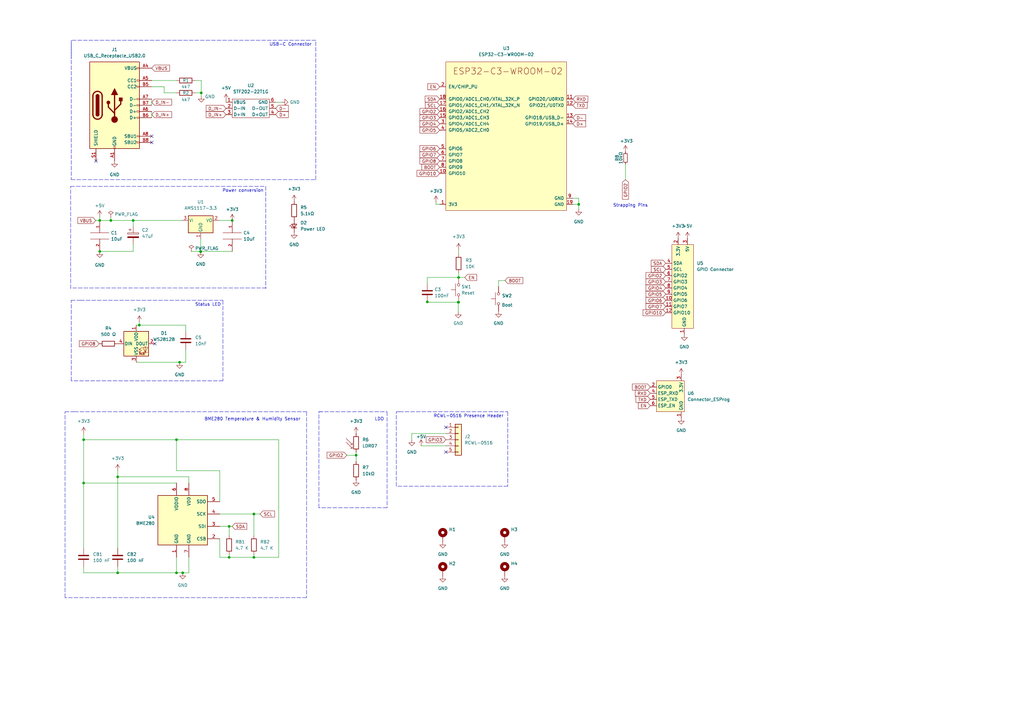
<source format=kicad_sch>
(kicad_sch (version 20211123) (generator eeschema)
  (paper "A3")
  (title_block (title "ESP32-C3 IoT Base Board") (date "2022-04-06") (rev "0.1") (comment 2 "Tobias Herrmann, Samuel Gossner"))
  (lib_symbols
    (symbol "Connector:USB_C_Receptacle_USB2.0" (pin_names (offset 1.016))
      (property "Reference" "J" (at -10.16 19.05 0))
      (property "Value" "USB_C_Receptacle_USB2.0" (at 19.05 19.05 0))
      (symbol "USB_C_Receptacle_USB2.0_0_0"
        (rectangle (start -0.254 -17.78) (end 0.254 -16.764))
        (rectangle (start 10.16 -14.986) (end 9.144 -15.494))
        (rectangle (start 10.16 -12.446) (end 9.144 -12.954))
        (rectangle (start 10.16 -4.826) (end 9.144 -5.334))
        (rectangle (start 10.16 -2.286) (end 9.144 -2.794))
        (rectangle (start 10.16 0.254) (end 9.144 -0.254))
        (rectangle (start 10.16 2.794) (end 9.144 2.286))
        (rectangle (start 10.16 7.874) (end 9.144 7.366))
        (rectangle (start 10.16 10.414) (end 9.144 9.906))
        (rectangle (start 10.16 15.494) (end 9.144 14.986))
      )
      (symbol "USB_C_Receptacle_USB2.0_0_1"
        (rectangle (start -10.16 17.78) (end 10.16 -17.78) (stroke (width 0.254)) (fill (type background)))
        (arc (start -8.89 -3.81) (mid -6.985 -5.715) (end -5.08 -3.81) (stroke (width 0.508)))
        (arc (start -7.62 -3.81) (mid -6.985 -4.445) (end -6.35 -3.81) (stroke (width 0.254)))
        (arc (start -7.62 -3.81) (mid -6.985 -4.445) (end -6.35 -3.81) (stroke (width 0.254)) (fill (type outline)))
        (rectangle (start -7.62 -3.81) (end -6.35 3.81) (stroke (width 0.254)) (fill (type outline)))
        (arc (start -6.35 3.81) (mid -6.985 4.445) (end -7.62 3.81) (stroke (width 0.254)))
        (arc (start -6.35 3.81) (mid -6.985 4.445) (end -7.62 3.81) (stroke (width 0.254)) (fill (type outline)))
        (arc (start -5.08 3.81) (mid -6.985 5.715) (end -8.89 3.81) (stroke (width 0.508)))
        (circle (center -2.54 1.143) (radius 0.635) (stroke (width 0.254)) (fill (type outline)))
        (circle (center 0 -5.842) (radius 1.27) (fill (type outline)))
        (polyline (pts (xy -8.89 -3.81) (xy -8.89 3.81)) (stroke (width 0.508)))
        (polyline (pts (xy -5.08 3.81) (xy -5.08 -3.81)) (stroke (width 0.508)))
        (polyline (pts (xy 0 -5.842) (xy 0 4.318)) (stroke (width 0.508)))
        (polyline (pts (xy 0 -3.302) (xy -2.54 -0.762) (xy -2.54 0.508)) (stroke (width 0.508)))
        (polyline (pts (xy 0 -2.032) (xy 2.54 0.508) (xy 2.54 1.778)) (stroke (width 0.508)))
        (polyline (pts (xy -1.27 4.318) (xy 0 6.858) (xy 1.27 4.318) (xy -1.27 4.318)) (stroke (width 0.254)) (fill (type outline)))
        (rectangle (start 1.905 1.778) (end 3.175 3.048) (stroke (width 0.254)) (fill (type outline)))
      )
      (symbol "USB_C_Receptacle_USB2.0_1_1"
        (pin passive line (at 0 -22.86 90) (length 5.08) (name "GND") (number "A1"))
        (pin passive line (at 0 -22.86 90) (length 5.08) hide (name "GND") (number "A12"))
        (pin passive line (at 15.24 15.24 180) (length 5.08) (name "VBUS") (number "A4"))
        (pin bidirectional line (at 15.24 10.16 180) (length 5.08) (name "CC1") (number "A5"))
        (pin bidirectional line (at 15.24 -2.54 180) (length 5.08) (name "D+") (number "A6"))
        (pin bidirectional line (at 15.24 2.54 180) (length 5.08) (name "D-") (number "A7"))
        (pin bidirectional line (at 15.24 -12.7 180) (length 5.08) (name "SBU1") (number "A8"))
        (pin passive line (at 15.24 15.24 180) (length 5.08) hide (name "VBUS") (number "A9"))
        (pin passive line (at 0 -22.86 90) (length 5.08) hide (name "GND") (number "B1"))
        (pin passive line (at 0 -22.86 90) (length 5.08) hide (name "GND") (number "B12"))
        (pin passive line (at 15.24 15.24 180) (length 5.08) hide (name "VBUS") (number "B4"))
        (pin bidirectional line (at 15.24 7.62 180) (length 5.08) (name "CC2") (number "B5"))
        (pin bidirectional line (at 15.24 -5.08 180) (length 5.08) (name "D+") (number "B6"))
        (pin bidirectional line (at 15.24 0 180) (length 5.08) (name "D-") (number "B7"))
        (pin bidirectional line (at 15.24 -15.24 180) (length 5.08) (name "SBU2") (number "B8"))
        (pin passive line (at 15.24 15.24 180) (length 5.08) hide (name "VBUS") (number "B9"))
        (pin passive line (at -7.62 -22.86 90) (length 5.08) (name "SHIELD") (number "S1"))
      )
    )
    (symbol "Connector_Generic:Conn_01x05" (pin_names (offset 1.016) hide)
      (property "Reference" "J" (at 0 7.62 0))
      (property "Value" "Conn_01x05" (at 0 -7.62 0))
      (symbol "Conn_01x05_1_1"
        (rectangle (start -1.27 -4.953) (end 0 -5.207) (stroke (width 0.1524)))
        (rectangle (start -1.27 -2.413) (end 0 -2.667) (stroke (width 0.1524)))
        (rectangle (start -1.27 0.127) (end 0 -0.127) (stroke (width 0.1524)))
        (rectangle (start -1.27 2.667) (end 0 2.413) (stroke (width 0.1524)))
        (rectangle (start -1.27 5.207) (end 0 4.953) (stroke (width 0.1524)))
        (rectangle (start -1.27 6.35) (end 1.27 -6.35) (stroke (width 0.254)) (fill (type background)))
        (pin passive line (at -5.08 5.08 0) (length 3.81) (name "Pin_1") (number "1"))
        (pin passive line (at -5.08 2.54 0) (length 3.81) (name "Pin_2") (number "2"))
        (pin passive line (at -5.08 0 0) (length 3.81) (name "Pin_3") (number "3"))
        (pin passive line (at -5.08 -2.54 0) (length 3.81) (name "Pin_4") (number "4"))
        (pin passive line (at -5.08 -5.08 0) (length 3.81) (name "Pin_5") (number "5"))
      )
    )
    (symbol "Device:C" (pin_numbers hide) (pin_names (offset 0.254))
      (property "Reference" "C" (at 0.635 2.54 0))
      (property "Value" "C" (at 0.635 -2.54 0))
      (symbol "C_0_1"
        (polyline (pts (xy -2.032 -0.762) (xy 2.032 -0.762)) (stroke (width 0.508)))
        (polyline (pts (xy -2.032 0.762) (xy 2.032 0.762)) (stroke (width 0.508)))
      )
      (symbol "C_1_1"
        (pin passive line (at 0 3.81 270) (length 2.794) (name "~") (number "1"))
        (pin passive line (at 0 -3.81 90) (length 2.794) (name "~") (number "2"))
      )
    )
    (symbol "Device:C_Polarized" (pin_numbers hide) (pin_names (offset 0.254))
      (property "Reference" "C" (at 0.635 2.54 0))
      (property "Value" "C_Polarized" (at 0.635 -2.54 0))
      (symbol "C_Polarized_0_1"
        (rectangle (start -2.286 0.508) (end 2.286 1.016))
        (polyline (pts (xy -1.778 2.286) (xy -0.762 2.286)))
        (polyline (pts (xy -1.27 2.794) (xy -1.27 1.778)))
        (rectangle (start 2.286 -0.508) (end -2.286 -1.016) (fill (type outline)))
      )
      (symbol "C_Polarized_1_1"
        (pin passive line (at 0 3.81 270) (length 2.794) (name "~") (number "1"))
        (pin passive line (at 0 -3.81 90) (length 2.794) (name "~") (number "2"))
      )
    )
    (symbol "Device:LED_Small" (pin_numbers hide) (pin_names (offset 0.254) hide)
      (property "Reference" "D" (at -1.27 3.175 0))
      (property "Value" "LED_Small" (at -4.445 -2.54 0))
      (symbol "LED_Small_0_1"
        (polyline (pts (xy -0.762 -1.016) (xy -0.762 1.016)) (stroke (width 0.254)))
        (polyline (pts (xy 1.016 0) (xy -0.762 0)))
        (polyline (pts (xy 0.762 -1.016) (xy -0.762 0) (xy 0.762 1.016) (xy 0.762 -1.016)) (stroke (width 0.254)))
        (polyline (pts (xy 0 0.762) (xy -0.508 1.27) (xy -0.254 1.27) (xy -0.508 1.27) (xy -0.508 1.016)))
        (polyline (pts (xy 0.508 1.27) (xy 0 1.778) (xy 0.254 1.778) (xy 0 1.778) (xy 0 1.524)))
      )
      (symbol "LED_Small_1_1"
        (pin passive line (at -2.54 0 0) (length 1.778) (name "K") (number "1"))
        (pin passive line (at 2.54 0 180) (length 1.778) (name "A") (number "2"))
      )
    )
    (symbol "Device:R" (pin_numbers hide) (pin_names (offset 0))
      (property "Reference" "R" (at 2.032 0 90))
      (property "Value" "R" (at 0 0 90))
      (symbol "R_0_1"
        (rectangle (start -1.016 -2.54) (end 1.016 2.54) (stroke (width 0.254)))
      )
      (symbol "R_1_1"
        (pin passive line (at 0 3.81 270) (length 1.27) (name "~") (number "1"))
        (pin passive line (at 0 -3.81 90) (length 1.27) (name "~") (number "2"))
      )
    )
    (symbol "Device:R_Small" (pin_numbers hide) (pin_names (offset 0.254) hide)
      (property "Reference" "R" (at 0.762 0.508 0))
      (property "Value" "R_Small" (at 0.762 -1.016 0))
      (symbol "R_Small_0_1"
        (rectangle (start -0.762 1.778) (end 0.762 -1.778) (stroke (width 0.2032)))
      )
      (symbol "R_Small_1_1"
        (pin passive line (at 0 2.54 270) (length 0.762) (name "~") (number "1"))
        (pin passive line (at 0 -2.54 90) (length 0.762) (name "~") (number "2"))
      )
    )
    (symbol "Espressif:ESP32-C3-WROOM-02" (pin_names (offset 1.016))
      (property "Reference" "U" (at 0 33.02 0))
      (property "Value" "ESP32-C3-WROOM-02" (at 0 -30.48 0))
      (symbol "ESP32-C3-WROOM-02_0_0"
        (text "ESP32-C3-WROOM-02" (at 1.27 27.94 0) (effects (font (size 2.54 2.54))))
      )
      (symbol "ESP32-C3-WROOM-02_0_1"
        (rectangle (start -24.13 31.75) (end 25.4 -29.21) (fill (type background)))
      )
      (symbol "ESP32-C3-WROOM-02_1_1"
        (pin power_in line (at -26.67 -26.67 0) (length 2.54) (name "3V3") (number "1"))
        (pin bidirectional line (at -26.67 -13.97 0) (length 2.54) (name "GPIO10") (number "10"))
        (pin bidirectional line (at 27.94 16.51 180) (length 2.54) (name "GPIO20/U0RXD") (number "11"))
        (pin bidirectional line (at 27.94 13.97 180) (length 2.54) (name "GPIO21/U0TXD") (number "12"))
        (pin bidirectional line (at 27.94 8.89 180) (length 2.54) (name "GPIO18/USB_D-") (number "13"))
        (pin bidirectional line (at 27.94 6.35 180) (length 2.54) (name "GPIO19/USB_D+") (number "14"))
        (pin bidirectional line (at -26.67 8.89 0) (length 2.54) (name "GPIO3/ADC1_CH3") (number "15"))
        (pin bidirectional line (at -26.67 11.43 0) (length 2.54) (name "GPIO2/ADC1_CH2") (number "16"))
        (pin bidirectional line (at -26.67 13.97 0) (length 2.54) (name "GPIO1/ADC1_CH1/XTAL_32K_N") (number "17"))
        (pin bidirectional line (at -26.67 16.51 0) (length 2.54) (name "GPIO0/ADC1_CH0/XTAL_32K_P") (number "18"))
        (pin power_in line (at 27.94 -26.67 180) (length 2.54) (name "GND") (number "19"))
        (pin input line (at -26.67 21.59 0) (length 2.54) (name "EN/CHIP_PU") (number "2"))
        (pin bidirectional line (at -26.67 6.35 0) (length 2.54) (name "GPIO4/ADC1_CH4") (number "3"))
        (pin bidirectional line (at -26.67 3.81 0) (length 2.54) (name "GPIO5/ADC2_CH0") (number "4"))
        (pin bidirectional line (at -26.67 -3.81 0) (length 2.54) (name "GPIO6") (number "5"))
        (pin bidirectional line (at -26.67 -6.35 0) (length 2.54) (name "GPIO7") (number "6"))
        (pin bidirectional line (at -26.67 -8.89 0) (length 2.54) (name "GPIO8") (number "7"))
        (pin bidirectional line (at -26.67 -11.43 0) (length 2.54) (name "GPIO9") (number "8"))
        (pin power_in line (at 27.94 -24.13 180) (length 2.54) (name "GND") (number "9"))
      )
    )
    (symbol "LED:WS2812B" (pin_names (offset 0.254))
      (property "Reference" "D" (at 5.08 5.715 0))
      (property "Value" "WS2812B" (at 1.27 -5.715 0))
      (symbol "WS2812B_0_0"
        (text "RGB" (at 2.286 -4.191 0) (effects (font (size 0.762 0.762))))
      )
      (symbol "WS2812B_0_1"
        (polyline (pts (xy 1.27 -3.556) (xy 1.778 -3.556)))
        (polyline (pts (xy 1.27 -2.54) (xy 1.778 -2.54)))
        (polyline (pts (xy 4.699 -3.556) (xy 2.667 -3.556)))
        (polyline (pts (xy 2.286 -2.54) (xy 1.27 -3.556) (xy 1.27 -3.048)))
        (polyline (pts (xy 2.286 -1.524) (xy 1.27 -2.54) (xy 1.27 -2.032)))
        (polyline (pts (xy 3.683 -1.016) (xy 3.683 -3.556) (xy 3.683 -4.064)))
        (polyline (pts (xy 4.699 -1.524) (xy 2.667 -1.524) (xy 3.683 -3.556) (xy 4.699 -1.524)))
        (rectangle (start 5.08 5.08) (end -5.08 -5.08) (stroke (width 0.254)) (fill (type background)))
      )
      (symbol "WS2812B_1_1"
        (pin power_in line (at 0 7.62 270) (length 2.54) (name "VDD") (number "1"))
        (pin output line (at 7.62 0 180) (length 2.54) (name "DOUT") (number "2"))
        (pin power_in line (at 0 -7.62 90) (length 2.54) (name "VSS") (number "3"))
        (pin input line (at -7.62 0 0) (length 2.54) (name "DIN") (number "4"))
      )
    )
    (symbol "Mechanical:MountingHole_Pad" (pin_numbers hide) (pin_names (offset 1.016) hide)
      (property "Reference" "H" (at 0 6.35 0))
      (property "Value" "MountingHole_Pad" (at 0 4.445 0))
      (symbol "MountingHole_Pad_0_1"
        (circle (center 0 1.27) (radius 1.27) (stroke (width 1.27)))
      )
      (symbol "MountingHole_Pad_1_1"
        (pin input line (at 0 -2.54 90) (length 2.54) (name "1") (number "1"))
      )
    )
    (symbol "New_Library:Connector_ESProg"
      (property "Reference" "U6" (at 7.62 -8.8899 0))
      (property "Value" "Connector_ESProg" (at 7.62 -11.4299 0))
      (symbol "Connector_ESProg_0_1"
        (rectangle (start -5.08 -3.81) (end 6.35 -16.51) (fill (type background)))
      )
      (symbol "Connector_ESProg_1_1"
        (pin power_in line (at 5.08 -19.05 90) (length 2.54) (name "GND") (number "1"))
        (pin bidirectional line (at -7.62 -6.35 0) (length 2.54) (name "GPIO0") (number "2"))
        (pin power_in line (at 5.08 -1.27 270) (length 2.54) (name "3.3V") (number "3"))
        (pin bidirectional line (at -7.62 -8.89 0) (length 2.54) (name "ESP_RXD") (number "4"))
        (pin bidirectional line (at -7.62 -11.43 0) (length 2.54) (name "ESP_TXD") (number "5"))
        (pin bidirectional line (at -7.62 -13.97 0) (length 2.54) (name "ESP_EN") (number "6"))
      )
    )
    (symbol "New_Library:Connector_IoT_GPIO" (in_bom no)
      (property "Reference" "U" (at -20.32 8.89 0))
      (property "Value" "Connector_IoT_GPIO" (at -11.43 11.43 0))
      (symbol "Connector_IoT_GPIO_0_1"
        (rectangle (start -3.81 8.89) (end 5.08 -25.4) (fill (type background)))
      )
      (symbol "Connector_IoT_GPIO_1_1"
        (pin power_in line (at 1.27 -27.94 90) (length 2.54) (name "GND") (number "1"))
        (pin bidirectional line (at -6.35 -13.97 0) (length 2.54) (name "GPIO6") (number "10"))
        (pin bidirectional line (at -6.35 -16.51 0) (length 2.54) (name "GPIO7") (number "11"))
        (pin bidirectional line (at -6.35 -19.05 0) (length 2.54) (name "GPIO10") (number "12"))
        (pin power_in line (at -1.27 11.43 270) (length 2.54) (name "3.3V") (number "2"))
        (pin power_in line (at 2.54 11.43 270) (length 2.54) (name "5V") (number "3"))
        (pin bidirectional line (at -6.35 1.27 0) (length 2.54) (name "SDA") (number "4"))
        (pin bidirectional line (at -6.35 -1.27 0) (length 2.54) (name "SCL") (number "5"))
        (pin bidirectional line (at -6.35 -3.81 0) (length 2.54) (name "GPIO2") (number "6"))
        (pin bidirectional line (at -6.35 -6.35 0) (length 2.54) (name "GPIO3") (number "7"))
        (pin bidirectional line (at -6.35 -8.89 0) (length 2.54) (name "GPIO4") (number "8"))
        (pin bidirectional line (at -6.35 -11.43 0) (length 2.54) (name "GPIO5") (number "9"))
      )
    )
    (symbol "New_Library:STF202-22T1G"
      (property "Reference" "U" (at 0 3.81 0))
      (property "Value" "STF202-22T1G" (at 0 3.81 0))
      (symbol "STF202-22T1G_0_1"
        (rectangle (start -7.62 2.54) (end 7.62 -5.08))
      )
      (symbol "STF202-22T1G_1_1"
        (pin input line (at -10.16 1.27 0) (length 2.54) (name "VBUS") (number "1"))
        (pin input line (at -10.16 -1.27 0) (length 2.54) (name "D-IN") (number "2"))
        (pin input line (at -10.16 -3.81 0) (length 2.54) (name "D+IN") (number "3"))
        (pin input line (at 10.16 -3.81 180) (length 2.54) (name "D+OUT") (number "4"))
        (pin input line (at 10.16 -1.27 180) (length 2.54) (name "D-OUT") (number "5"))
        (pin input line (at 10.16 1.27 180) (length 2.54) (name "GND") (number "6"))
      )
    )
    (symbol "Regulator_Linear:AMS1117-3.3" (pin_names (offset 0.254))
      (property "Reference" "U" (at -3.81 3.175 0))
      (property "Value" "AMS1117-3.3" (at 0 3.175 0))
      (symbol "AMS1117-3.3_0_1"
        (rectangle (start -5.08 -5.08) (end 5.08 1.905) (stroke (width 0.254)) (fill (type background)))
      )
      (symbol "AMS1117-3.3_1_1"
        (pin power_in line (at 0 -7.62 90) (length 2.54) (name "GND") (number "1"))
        (pin power_out line (at 7.62 0 180) (length 2.54) (name "VO") (number "2"))
        (pin power_in line (at -7.62 0 0) (length 2.54) (name "VI") (number "3"))
      )
    )
    (symbol "Sensor:BME280"
      (property "Reference" "U" (at -8.89 11.43 0))
      (property "Value" "BME280" (at 7.62 11.43 0))
      (symbol "BME280_0_1"
        (rectangle (start -10.16 10.16) (end 10.16 -10.16) (stroke (width 0.254)) (fill (type background)))
      )
      (symbol "BME280_1_1"
        (pin power_in line (at -2.54 -15.24 90) (length 5.08) (name "GND") (number "1"))
        (pin input line (at 15.24 -7.62 180) (length 5.08) (name "CSB") (number "2"))
        (pin bidirectional line (at 15.24 -2.54 180) (length 5.08) (name "SDI") (number "3"))
        (pin input line (at 15.24 2.54 180) (length 5.08) (name "SCK") (number "4"))
        (pin bidirectional line (at 15.24 7.62 180) (length 5.08) (name "SDO") (number "5"))
        (pin power_in line (at -2.54 15.24 270) (length 5.08) (name "VDDIO") (number "6"))
        (pin power_in line (at 2.54 -15.24 90) (length 5.08) (name "GND") (number "7"))
        (pin power_in line (at 2.54 15.24 270) (length 5.08) (name "VDD") (number "8"))
      )
    )
    (symbol "Sensor_Optical:LDR07" (pin_numbers hide) (pin_names (offset 0))
      (property "Reference" "R" (at -5.08 0 90))
      (property "Value" "LDR07" (at 1.905 0 90))
      (symbol "LDR07_0_1"
        (rectangle (start -1.016 2.54) (end 1.016 -2.54) (stroke (width 0.254)))
        (polyline (pts (xy -1.524 -2.286) (xy -4.064 0.254)))
        (polyline (pts (xy -1.524 -2.286) (xy -2.286 -2.286)))
        (polyline (pts (xy -1.524 -2.286) (xy -1.524 -1.524)))
        (polyline (pts (xy -1.524 -0.762) (xy -4.064 1.778)))
        (polyline (pts (xy -1.524 -0.762) (xy -2.286 -0.762)))
        (polyline (pts (xy -1.524 -0.762) (xy -1.524 0)))
      )
      (symbol "LDR07_1_1"
        (pin passive line (at 0 3.81 270) (length 1.27) (name "~") (number "1"))
        (pin passive line (at 0 -3.81 90) (length 1.27) (name "~") (number "2"))
      )
    )
    (symbol "Switch:SW_Push" (pin_numbers hide) (pin_names (offset 1.016) hide)
      (property "Reference" "SW" (at 1.27 2.54 0))
      (property "Value" "SW_Push" (at 0 -1.524 0))
      (symbol "SW_Push_0_1"
        (circle (center -2.032 0) (radius 0.508))
        (polyline (pts (xy 0 1.27) (xy 0 3.048)))
        (polyline (pts (xy 2.54 1.27) (xy -2.54 1.27)))
        (circle (center 2.032 0) (radius 0.508))
        (pin passive line (at -5.08 0 0) (length 2.54) (name "1") (number "1"))
        (pin passive line (at 5.08 0 180) (length 2.54) (name "2") (number "2"))
      )
    )
    (symbol "power:+3.3V" (power) (pin_names (offset 0))
      (property "Value" "+3.3V" (at 0 3.556 0))
      (symbol "+3.3V_0_1"
        (polyline (pts (xy -0.762 1.27) (xy 0 2.54)))
        (polyline (pts (xy 0 0) (xy 0 2.54)))
        (polyline (pts (xy 0 2.54) (xy 0.762 1.27)))
      )
      (symbol "+3.3V_1_1"
        (pin power_in line (at 0 0 90) (length 0) hide (name "+3V3") (number "1"))
      )
    )
    (symbol "power:+5V" (power) (pin_names (offset 0))
      (property "Value" "+5V" (at 0 3.556 0))
      (symbol "+5V_0_1"
        (polyline (pts (xy -0.762 1.27) (xy 0 2.54)))
        (polyline (pts (xy 0 0) (xy 0 2.54)))
        (polyline (pts (xy 0 2.54) (xy 0.762 1.27)))
      )
      (symbol "+5V_1_1"
        (pin power_in line (at 0 0 90) (length 0) hide (name "+5V") (number "1"))
      )
    )
    (symbol "power:GND" (power) (pin_names (offset 0))
      (property "Value" "GND" (at 0 -3.81 0))
      (symbol "GND_0_1"
        (polyline (pts (xy 0 0) (xy 0 -1.27) (xy 1.27 -1.27) (xy 0 -2.54) (xy -1.27 -1.27) (xy 0 -1.27)))
      )
      (symbol "GND_1_1"
        (pin power_in line (at 0 0 270) (length 0) hide (name "GND") (number "1"))
      )
    )
    (symbol "power:PWR_FLAG" (power) (pin_numbers hide) (pin_names (offset 0) hide)
      (property "Value" "PWR_FLAG" (at 0 3.81 0))
      (symbol "PWR_FLAG_0_0"
        (pin power_out line (at 0 0 90) (length 0) (name "pwr") (number "1"))
      )
      (symbol "PWR_FLAG_0_1"
        (polyline (pts (xy 0 0) (xy 0 1.27) (xy -1.016 1.905) (xy 0 2.54) (xy 1.016 1.905) (xy 0 1.27)))
      )
    )
    (symbol "pspice:CAP" (pin_names (offset 0.254))
      (property "Reference" "C" (at 2.54 3.81 90))
      (property "Value" "CAP" (at 2.54 -3.81 90))
      (symbol "CAP_0_1"
        (polyline (pts (xy -3.81 -1.27) (xy 3.81 -1.27)))
        (polyline (pts (xy -3.81 1.27) (xy 3.81 1.27)))
      )
      (symbol "CAP_1_1"
        (pin passive line (at 0 6.35 270) (length 5.08) (name "~") (number "1"))
        (pin passive line (at 0 -6.35 90) (length 5.08) (name "~") (number "2"))
      )
    )
  )
  (junction (at 48.26 195.58))
  (junction (at 57.15 133.35))
  (junction (at 73.66 148.59))
  (junction (at 34.29 198.12))
  (junction (at 93.98 215.9))
  (junction (at 34.29 180.34))
  (junction (at 40.894 90.424))
  (junction (at 175.26 123.825))
  (junction (at 188.087 123.952))
  (junction (at 74.93 234.95))
  (junction (at 45.466 90.424))
  (junction (at 72.39 180.34))
  (junction (at 237.363 83.82))
  (junction (at 82.296 103.124))
  (junction (at 82.55 38.1))
  (junction (at 82.296 103.251))
  (junction (at 72.39 234.95))
  (junction (at 54.61 90.424))
  (junction (at 104.14 228.6))
  (junction (at 104.14 210.82))
  (junction (at 48.26 234.95))
  (junction (at 40.894 103.124))
  (junction (at 93.98 228.6))
  (junction (at 187.96 123.952))
  (junction (at 188.087 113.792))
  (junction (at 146.05 186.69))
  (junction (at 95.25 90.424))
  (no_connect (at 182.88 185.42))
  (no_connect (at 182.88 175.26))
  (no_connect (at 63.5 140.97))
  (no_connect (at 39.37 66.04))
  (no_connect (at 62.23 55.88))
  (no_connect (at 62.23 58.42))
  (wire (pts (xy 90.17 215.9) (xy 93.98 215.9)))
  (wire (pts (xy 45.466 89.154) (xy 45.466 90.424)))
  (wire (pts (xy 54.61 90.424) (xy 54.61 92.71)))
  (polyline (pts (xy 125.73 168.91) (xy 125.73 245.11)))
  (wire (pts (xy 34.29 232.41) (xy 34.29 234.95)))
  (polyline (pts (xy 29.21 156.21) (xy 29.21 123.19)))
  (polyline (pts (xy 91.44 156.21) (xy 29.21 156.21)))
  (wire (pts (xy 146.05 186.69) (xy 146.05 189.23)))
  (polyline (pts (xy 130.81 168.91) (xy 158.75 168.91)))
  (wire (pts (xy 34.29 180.34) (xy 72.39 180.34)))
  (wire (pts (xy 67.31 38.1) (xy 72.39 38.1)))
  (wire (pts (xy 76.2 143.51) (xy 76.2 148.59)))
  (polyline (pts (xy 130.81 168.91) (xy 132.08 168.91)))
  (polyline (pts (xy 26.67 168.91) (xy 30.48 168.91)))
  (polyline (pts (xy 29.21 17.78) (xy 29.21 73.66)))
  (polyline (pts (xy 91.44 123.19) (xy 91.44 156.21)))
  (wire (pts (xy 146.05 185.42) (xy 146.05 186.69)))
  (wire (pts (xy 34.29 180.34) (xy 34.29 198.12)))
  (polyline (pts (xy 162.56 168.91) (xy 163.83 168.91)))
  (wire (pts (xy 256.54 67.31) (xy 256.54 73.66)))
  (polyline (pts (xy 28.956 118.364) (xy 28.956 76.454)))
  (wire (pts (xy 77.47 228.6) (xy 77.47 234.95)))
  (wire (pts (xy 82.296 98.044) (xy 82.296 103.124)))
  (wire (pts (xy 57.15 133.35) (xy 76.2 133.35)))
  (wire (pts (xy 48.26 195.58) (xy 48.26 224.79)))
  (wire (pts (xy 82.296 103.124) (xy 95.25 103.124)))
  (wire (pts (xy 57.15 132.08) (xy 57.15 133.35)))
  (wire (pts (xy 89.916 90.424) (xy 95.25 90.424)))
  (wire (pts (xy 76.2 148.59) (xy 73.66 148.59)))
  (wire (pts (xy 93.98 215.9) (xy 95.25 215.9)))
  (wire (pts (xy 62.23 33.02) (xy 72.39 33.02)))
  (wire (pts (xy 178.816 83.82) (xy 180.34 83.82)))
  (wire (pts (xy 34.29 177.8) (xy 34.29 180.34)))
  (wire (pts (xy 54.61 90.424) (xy 74.676 90.424)))
  (wire (pts (xy 187.96 123.952) (xy 188.087 123.952)))
  (wire (pts (xy 48.26 232.41) (xy 48.26 234.95)))
  (wire (pts (xy 187.96 127.889) (xy 187.96 123.952)))
  (wire (pts (xy 113.03 41.91) (xy 115.57 41.91)))
  (wire (pts (xy 93.98 228.6) (xy 104.14 228.6)))
  (polyline (pts (xy 163.83 168.91) (xy 208.28 168.91)))
  (wire (pts (xy 82.55 33.02) (xy 80.01 33.02)))
  (wire (pts (xy 55.88 133.35) (xy 57.15 133.35)))
  (wire (pts (xy 72.39 198.12) (xy 34.29 198.12)))
  (polyline (pts (xy 162.56 199.39) (xy 162.56 168.91)))
  (wire (pts (xy 45.466 90.424) (xy 54.61 90.424)))
  (wire (pts (xy 114.3 228.6) (xy 114.3 180.34)))
  (wire (pts (xy 90.17 228.6) (xy 93.98 228.6)))
  (polyline (pts (xy 26.67 245.11) (xy 26.67 168.91)))
  (wire (pts (xy 90.17 210.82) (xy 104.14 210.82)))
  (wire (pts (xy 78.486 103.124) (xy 82.296 103.124)))
  (polyline (pts (xy 29.21 73.66) (xy 129.54 73.66)))
  (polyline (pts (xy 208.28 199.39) (xy 162.56 199.39)))
  (wire (pts (xy 82.55 39.37) (xy 82.55 38.1)))
  (wire (pts (xy 190.627 113.792) (xy 188.087 113.792)))
  (wire (pts (xy 62.23 45.72) (xy 62.23 48.26)))
  (wire (pts (xy 82.55 38.1) (xy 82.55 33.02)))
  (polyline (pts (xy 28.956 76.454) (xy 108.966 76.454)))
  (wire (pts (xy 237.363 83.82) (xy 234.95 83.82)))
  (wire (pts (xy 237.363 81.28) (xy 234.95 81.28)))
  (wire (pts (xy 76.2 133.35) (xy 76.2 135.89)))
  (wire (pts (xy 72.39 234.95) (xy 74.93 234.95)))
  (wire (pts (xy 54.61 103.124) (xy 54.61 100.33)))
  (wire (pts (xy 40.894 88.9) (xy 40.894 90.424)))
  (wire (pts (xy 62.23 35.56) (xy 67.31 35.56)))
  (wire (pts (xy 175.26 113.792) (xy 175.26 116.205)))
  (wire (pts (xy 72.39 234.95) (xy 48.26 234.95)))
  (wire (pts (xy 204.47 115.062) (xy 204.47 117.475)))
  (polyline (pts (xy 29.21 123.19) (xy 33.02 123.19)))
  (wire (pts (xy 182.88 177.8) (xy 168.91 177.8)))
  (wire (pts (xy 90.17 220.98) (xy 90.17 228.6)))
  (wire (pts (xy 82.55 38.1) (xy 80.01 38.1)))
  (wire (pts (xy 178.816 82.931) (xy 178.816 83.82)))
  (polyline (pts (xy 129.54 16.51) (xy 29.21 16.51)))
  (wire (pts (xy 62.23 40.64) (xy 62.23 43.18)))
  (polyline (pts (xy 130.81 208.28) (xy 130.81 168.91)))
  (wire (pts (xy 90.17 205.74) (xy 90.17 193.04)))
  (wire (pts (xy 34.29 234.95) (xy 48.26 234.95)))
  (polyline (pts (xy 158.75 208.28) (xy 130.81 208.28)))
  (wire (pts (xy 67.31 35.56) (xy 67.31 38.1)))
  (wire (pts (xy 40.894 103.124) (xy 54.61 103.124)))
  (wire (pts (xy 48.26 193.04) (xy 48.26 195.58)))
  (wire (pts (xy 72.39 193.04) (xy 90.17 193.04)))
  (wire (pts (xy 77.47 198.12) (xy 77.47 195.58)))
  (wire (pts (xy 104.14 210.82) (xy 104.14 219.71)))
  (wire (pts (xy 104.14 210.82) (xy 106.68 210.82)))
  (polyline (pts (xy 208.28 168.91) (xy 208.28 199.39)))
  (wire (pts (xy 175.26 123.952) (xy 187.96 123.952)))
  (wire (pts (xy 39.243 90.424) (xy 40.894 90.424)))
  (wire (pts (xy 237.363 83.82) (xy 237.363 81.28)))
  (wire (pts (xy 104.14 228.6) (xy 114.3 228.6)))
  (wire (pts (xy 175.26 123.952) (xy 175.26 123.825)))
  (wire (pts (xy 55.88 148.59) (xy 73.66 148.59)))
  (polyline (pts (xy 158.75 168.91) (xy 158.75 208.28)))
  (wire (pts (xy 114.3 180.34) (xy 72.39 180.34)))
  (polyline (pts (xy 30.48 168.91) (xy 125.73 168.91)))
  (wire (pts (xy 172.72 182.88) (xy 182.88 182.88)))
  (wire (pts (xy 48.26 195.58) (xy 77.47 195.58)))
  (wire (pts (xy 188.087 104.267) (xy 188.087 102.362)))
  (wire (pts (xy 72.39 228.6) (xy 72.39 234.95)))
  (wire (pts (xy 104.14 227.33) (xy 104.14 228.6)))
  (wire (pts (xy 74.93 234.95) (xy 77.47 234.95)))
  (wire (pts (xy 40.894 90.424) (xy 45.466 90.424)))
  (polyline (pts (xy 108.966 76.454) (xy 108.966 118.364)))
  (polyline (pts (xy 129.54 73.66) (xy 129.54 16.51)))
  (wire (pts (xy 188.087 113.792) (xy 175.26 113.792)))
  (polyline (pts (xy 109.22 118.11) (xy 29.21 118.11)))
  (wire (pts (xy 142.24 186.69) (xy 146.05 186.69)))
  (wire (pts (xy 207.137 115.062) (xy 204.47 115.062)))
  (wire (pts (xy 237.363 85.725) (xy 237.363 83.82)))
  (polyline (pts (xy 125.73 245.11) (xy 26.67 245.11)))
  (wire (pts (xy 82.296 103.124) (xy 82.296 103.251)))
  (wire (pts (xy 93.98 219.71) (xy 93.98 215.9)))
  (polyline (pts (xy 29.21 16.51) (xy 29.21 24.13)))
  (wire (pts (xy 92.71 41.91) (xy 92.71 41.148)))
  (wire (pts (xy 168.91 177.8) (xy 168.91 180.34)))
  (wire (pts (xy 188.087 111.887) (xy 188.087 113.792)))
  (wire (pts (xy 93.98 228.6) (xy 93.98 227.33)))
  (polyline (pts (xy 33.02 123.19) (xy 91.44 123.19)))
  (wire (pts (xy 72.39 180.34) (xy 72.39 193.04)))
  (wire (pts (xy 34.29 198.12) (xy 34.29 224.79)))
  (text "Strapping Pins" (at 251.46 85.09 0) (effects (font (size 1.27 1.27)) (justify left bottom)))
  (text "BME280 Temperature & Humidity Sensor" (at 83.82 172.72 0) (effects (font (size 1.27 1.27)) (justify left bottom)))
  (text "USB-C Connector" (at 110.49 19.05 0) (effects (font (size 1.27 1.27)) (justify left bottom)))
  (text "RCWL-0516 Presence Header" (at 177.8 171.45 0) (effects (font (size 1.27 1.27)) (justify left bottom)))
  (text "LDO" (at 153.67 172.72 0) (effects (font (size 1.27 1.27)) (justify left bottom)))
  (text "Power conversion" (at 91.186 78.994 0) (effects (font (size 1.27 1.27)) (justify left bottom)))
  (text "Status LED" (at 80.01 125.73 0) (effects (font (size 1.27 1.27)) (justify left bottom)))
  (global_label "D+" (shape input) (at 234.95 50.8 0) (property "Intersheet References" "${INTERSHEET_REFS}" (effects hide)))
  (global_label "SDA" (shape input) (at 180.34 40.64 180) (property "Intersheet References" "${INTERSHEET_REFS}" (effects hide)))
  (global_label "GPIO10" (shape input) (at 180.34 71.12 180) (property "Intersheet References" "${INTERSHEET_REFS}" (effects hide)))
  (global_label "SCL" (shape input) (at 106.68 210.82 0) (property "Intersheet References" "${INTERSHEET_REFS}" (effects hide)))
  (global_label "TXD" (shape input) (at 266.7 163.83 180) (property "Intersheet References" "${INTERSHEET_REFS}" (effects hide)))
  (global_label "GPIO5" (shape input) (at 273.05 120.65 180) (property "Intersheet References" "${INTERSHEET_REFS}" (effects hide)))
  (global_label "GPIO2" (shape input) (at 142.24 186.69 180) (property "Intersheet References" "${INTERSHEET_REFS}" (effects hide)))
  (global_label "RXD" (shape input) (at 234.95 40.64 0) (property "Intersheet References" "${INTERSHEET_REFS}" (effects hide)))
  (global_label "TXD" (shape input) (at 234.95 43.18 0) (property "Intersheet References" "${INTERSHEET_REFS}" (effects hide)))
  (global_label "GPIO2" (shape input) (at 180.34 45.72 180) (property "Intersheet References" "${INTERSHEET_REFS}" (effects hide)))
  (global_label "VBUS" (shape input) (at 39.243 90.424 180) (property "Intersheet References" "${INTERSHEET_REFS}" (effects hide)))
  (global_label "GPIO7" (shape input) (at 273.05 125.73 180) (property "Intersheet References" "${INTERSHEET_REFS}" (effects hide)))
  (global_label "GPIO4" (shape input) (at 180.34 50.8 180) (property "Intersheet References" "${INTERSHEET_REFS}" (effects hide)))
  (global_label "GPIO6" (shape input) (at 273.05 123.19 180) (property "Intersheet References" "${INTERSHEET_REFS}" (effects hide)))
  (global_label "GPIO2" (shape input) (at 256.54 73.66 270) (property "Intersheet References" "${INTERSHEET_REFS}" (effects hide)))
  (global_label "EN" (shape input) (at 180.34 35.56 180) (property "Intersheet References" "${INTERSHEET_REFS}" (effects hide)))
  (global_label "GPIO8" (shape input) (at 40.64 140.97 180) (property "Intersheet References" "${INTERSHEET_REFS}" (effects hide)))
  (global_label "SCL" (shape input) (at 180.34 43.18 180) (property "Intersheet References" "${INTERSHEET_REFS}" (effects hide)))
  (global_label "D-" (shape input) (at 234.95 48.26 0) (property "Intersheet References" "${INTERSHEET_REFS}" (effects hide)))
  (global_label "GPIO3" (shape input) (at 182.88 180.34 180) (property "Intersheet References" "${INTERSHEET_REFS}" (effects hide)))
  (global_label "BOOT" (shape input) (at 180.34 68.58 180) (property "Intersheet References" "${INTERSHEET_REFS}" (effects hide)))
  (global_label "EN" (shape input) (at 266.7 166.37 180) (property "Intersheet References" "${INTERSHEET_REFS}" (effects hide)))
  (global_label "GPIO6" (shape input) (at 180.34 60.96 180) (property "Intersheet References" "${INTERSHEET_REFS}" (effects hide)))
  (global_label "BOOT" (shape input) (at 266.7 158.75 180) (property "Intersheet References" "${INTERSHEET_REFS}" (effects hide)))
  (global_label "GPIO8" (shape input) (at 180.34 66.04 180) (property "Intersheet References" "${INTERSHEET_REFS}" (effects hide)))
  (global_label "GPIO2" (shape input) (at 273.05 113.03 180) (property "Intersheet References" "${INTERSHEET_REFS}" (effects hide)))
  (global_label "D_IN-" (shape input) (at 62.23 41.91 0) (property "Intersheet References" "${INTERSHEET_REFS}" (effects hide)))
  (global_label "GPIO4" (shape input) (at 273.05 118.11 180) (property "Intersheet References" "${INTERSHEET_REFS}" (effects hide)))
  (global_label "D_IN+" (shape input) (at 92.71 46.99 180) (property "Intersheet References" "${INTERSHEET_REFS}" (effects hide)))
  (global_label "SCL" (shape input) (at 273.05 110.49 180) (property "Intersheet References" "${INTERSHEET_REFS}" (effects hide)))
  (global_label "GPIO10" (shape input) (at 273.05 128.27 180) (property "Intersheet References" "${INTERSHEET_REFS}" (effects hide)))
  (global_label "D_IN+" (shape input) (at 62.23 46.99 0) (property "Intersheet References" "${INTERSHEET_REFS}" (effects hide)))
  (global_label "D-" (shape input) (at 113.03 44.45 0) (property "Intersheet References" "${INTERSHEET_REFS}" (effects hide)))
  (global_label "GPIO5" (shape input) (at 180.34 53.34 180) (property "Intersheet References" "${INTERSHEET_REFS}" (effects hide)))
  (global_label "EN" (shape input) (at 190.627 113.792 0) (property "Intersheet References" "${INTERSHEET_REFS}" (effects hide)))
  (global_label "GPIO3" (shape input) (at 180.34 48.26 180) (property "Intersheet References" "${INTERSHEET_REFS}" (effects hide)))
  (global_label "RXD" (shape input) (at 266.7 161.29 180) (property "Intersheet References" "${INTERSHEET_REFS}" (effects hide)))
  (global_label "SDA" (shape input) (at 95.25 215.9 0) (property "Intersheet References" "${INTERSHEET_REFS}" (effects hide)))
  (global_label "GPIO3" (shape input) (at 273.05 115.57 180) (property "Intersheet References" "${INTERSHEET_REFS}" (effects hide)))
  (global_label "GPIO7" (shape input) (at 180.34 63.5 180) (property "Intersheet References" "${INTERSHEET_REFS}" (effects hide)))
  (global_label "D+" (shape input) (at 113.03 46.99 0) (property "Intersheet References" "${INTERSHEET_REFS}" (effects hide)))
  (global_label "SDA" (shape input) (at 273.05 107.95 180) (property "Intersheet References" "${INTERSHEET_REFS}" (effects hide)))
  (global_label "VBUS" (shape input) (at 62.23 27.94 0) (property "Intersheet References" "${INTERSHEET_REFS}" (effects hide)))
  (global_label "BOOT" (shape input) (at 207.137 115.062 0) (property "Intersheet References" "${INTERSHEET_REFS}" (effects hide)))
  (global_label "D_IN-" (shape input) (at 92.71 44.45 180) (property "Intersheet References" "${INTERSHEET_REFS}" (effects hide)))
  (symbol (lib_id "power:GND") (at 46.99 66.04 0) (unit 1)
    (property "Reference" "#PWR01" (effects hide))
    (property "Value" "GND" (at 46.99 71.628 0))
  )
  (symbol (lib_id "Device:C") (at 34.29 228.6 0) (unit 1)
    (property "Reference" "CB1" (at 38.1 227.3299 0) (effects (justify left)))
    (property "Value" "100 nF" (at 38.1 229.8699 0) (effects (justify left)))
    (property "Footprint" "Capacitor_SMD:C_0603_1608Metric" (effects hide))
    (property "Datasheet" "https://datasheet.lcsc.com/lcsc/1810191222_Samsung-Electro-Mechanics-CL05B104KB54PNC_C307331.pdf" (effects hide))
    (property "jlcpcb" "C307331" (effects hide))
  )
  (symbol (lib_id "Mechanical:MountingHole_Pad") (at 207.01 219.71 0) (unit 1) (in_bom no)
    (property "Reference" "H3" (at 209.55 217.1699 0) (effects (justify left)))
    (property "Value" "MountingHole_Pad" (effects hide))
    (property "Footprint" "MountingHole:MountingHole_2.2mm_M2_Pad" (effects hide))
  )
  (symbol (lib_id "Connector_Generic:Conn_01x05") (at 187.96 180.34 0) (unit 1)
    (property "Reference" "J2" (at 190.5 179.0699 0) (effects (justify left)))
    (property "Value" "RCWL-0516" (at 190.5 181.6099 0) (effects (justify left)))
    (property "Footprint" "Connector_PinHeader_2.54mm:PinHeader_1x05_P2.54mm_Vertical" (effects hide))
  )
  (symbol (lib_id "Device:R") (at 104.14 223.52 0) (unit 1)
    (property "Reference" "RB2" (at 106.68 222.2499 0) (effects (justify left)))
    (property "Value" "4.7 K" (at 106.68 224.7899 0) (effects (justify left)))
    (property "Footprint" "Resistor_SMD:R_0603_1608Metric" (effects hide))
    (property "Datasheet" "https://datasheet.lcsc.com/lcsc/2110260030_UNI-ROYAL-Uniroyal-Elec-0402WGF4701TCE_C25900.pdf" (effects hide))
    (property "jlcpcb" "C25900" (effects hide))
  )
  (symbol (lib_id "power:+5V") (at 172.72 182.88 0) (unit 1)
    (property "Reference" "#PWR023" (effects hide))
    (property "Value" "+5V" (at 172.72 179.07 0))
  )
  (symbol (lib_id "power:GND") (at 204.47 127.635 0) (unit 1)
    (property "Reference" "#PWR012" (effects hide))
    (property "Value" "GND" (at 204.47 132.588 0))
  )
  (symbol (lib_id "Espressif:ESP32-C3-WROOM-02") (at 207.01 57.15 0) (unit 1)
    (property "Reference" "U3" (at 207.645 19.812 0))
    (property "Value" "ESP32-C3-WROOM-02" (at 207.645 22.352 0))
    (property "Footprint" "Espressif:ESP32-C3-WROOM-02" (effects hide))
    (property "Datasheet" "https://www.espressif.com/sites/default/files/documentation/esp32-c3-wroom-02_datasheet_en.pdf" (effects hide))
  )
  (symbol (lib_id "power:+3.3V") (at 57.15 132.08 0) (mirror y) (unit 1)
    (property "Reference" "#PWR0101" (effects hide))
    (property "Value" "+3.3V" (at 57.15 127 0))
  )
  (symbol (lib_id "power:GND") (at 168.91 180.34 0) (unit 1)
    (property "Reference" "#PWR022" (effects hide))
    (property "Value" "GND" (at 168.91 185.42 0))
  )
  (symbol (lib_id "power:+3.3V") (at 278.13 97.79 0) (unit 1)
    (property "Reference" "#PWR0106" (effects hide))
    (property "Value" "+3.3V" (at 278.13 92.71 0))
  )
  (symbol (lib_id "power:GND") (at 82.55 39.37 0) (unit 1)
    (property "Reference" "#PWR05" (effects hide))
    (property "Value" "GND" (at 86.106 39.624 0))
  )
  (symbol (lib_id "Mechanical:MountingHole_Pad") (at 181.61 233.68 0) (unit 1) (in_bom no)
    (property "Reference" "H2" (at 184.15 231.1399 0) (effects (justify left)))
    (property "Value" "MountingHole_Pad" (effects hide))
    (property "Footprint" "MountingHole:MountingHole_2.2mm_M2_Pad" (effects hide))
  )
  (symbol (lib_id "power:PWR_FLAG") (at 45.466 89.154 0) (unit 1)
    (property "Reference" "#FLG0101" (effects hide))
    (property "Value" "PWR_FLAG" (at 51.816 87.884 0))
  )
  (symbol (lib_id "Sensor:BME280") (at 74.93 213.36 0) (unit 1)
    (property "Reference" "U4" (at 63.5 212.0899 0) (effects (justify right)))
    (property "Value" "BME280" (at 63.5 214.6299 0) (effects (justify right)))
    (property "Footprint" "Package_LGA:Bosch_LGA-8_2.5x2.5mm_P0.65mm_ClockwisePinNumbering" (effects hide))
    (property "Datasheet" "https://ae-bst.resource.bosch.com/media/_tech/media/datasheets/BST-BME280-DS002.pdf" (effects hide))
  )
  (symbol (lib_id "Device:C_Polarized") (at 54.61 96.52 0) (unit 1)
    (property "Reference" "C2" (at 58.166 94.3609 0) (effects (justify left)))
    (property "Value" "47uF" (at 58.166 96.9009 0) (effects (justify left)))
    (property "Footprint" "Capacitor_SMD:C_1206_3216Metric" (effects hide))
    (property "LCSC part no" "C96123" (effects hide))
  )
  (symbol (lib_id "Device:R") (at 76.2 38.1 90) (unit 1)
    (property "Reference" "R2" (at 76.2 38.1 90))
    (property "Value" "4k7" (at 76.2 40.894 90))
    (property "Footprint" "Resistor_SMD:R_0603_1608Metric" (effects hide))
  )
  (symbol (lib_id "power:GND") (at 40.894 103.124 0) (unit 1)
    (property "Reference" "#PWR03" (effects hide))
    (property "Value" "GND" (at 40.894 108.712 0))
  )
  (symbol (lib_id "power:+3.3V") (at 48.26 193.04 0) (unit 1)
    (property "Reference" "#PWR0105" (effects hide))
    (property "Value" "+3.3V" (at 48.26 187.96 0))
  )
  (symbol (lib_id "Regulator_Linear:AMS1117-3.3") (at 82.296 90.424 0) (unit 1)
    (property "Reference" "U1" (at 82.296 82.804 0))
    (property "Value" "AMS1117-3.3" (at 82.296 85.344 0))
    (property "Footprint" "Package_TO_SOT_SMD:SOT-223-3_TabPin2" (effects hide))
    (property "Datasheet" "http://www.advanced-monolithic.com/pdf/ds1117.pdf" (effects hide))
  )
  (symbol (lib_id "pspice:CAP") (at 95.25 96.774 0) (unit 1)
    (property "Reference" "C4" (at 99.822 95.5039 0) (effects (justify left)))
    (property "Value" "10uF" (at 99.822 98.0439 0) (effects (justify left)))
    (property "Footprint" "Capacitor_SMD:C_0603_1608Metric" (effects hide))
  )
  (symbol (lib_id "Device:LED_Small") (at 120.65 92.71 90) (unit 1)
    (property "Reference" "D2" (at 123.19 91.3764 90) (effects (justify right)))
    (property "Value" "Power LED" (at 123.19 93.9164 90) (effects (justify right)))
    (property "Footprint" "LED_SMD:LED_0603_1608Metric" (effects hide))
    (property "LSCID" "C2286" (effects hide))
  )
  (symbol (lib_id "power:+5V") (at 40.894 88.9 0) (unit 1)
    (property "Reference" "#PWR02" (effects hide))
    (property "Value" "+5V" (at 40.894 84.328 0))
  )
  (symbol (lib_id "Switch:SW_Push") (at 188.087 118.872 90) (unit 1)
    (property "Reference" "SW1" (at 189.23 117.6019 90) (effects (justify right)))
    (property "Value" "Reset" (at 189.23 120.1419 90) (effects (justify right)))
    (property "Footprint" "Button_Switch_SMD:SW_SPST_CK_RS282G05A3" (effects hide))
    (property "LCSC part no" "C118141" (effects hide))
  )
  (symbol (lib_id "Device:R") (at 188.087 108.077 0) (unit 1)
    (property "Reference" "R3" (at 190.881 106.8069 0) (effects (justify left)))
    (property "Value" "10K" (at 190.881 109.3469 0) (effects (justify left)))
    (property "Footprint" "Resistor_SMD:R_0603_1608Metric" (effects hide))
  )
  (symbol (lib_id "LED:WS2812B") (at 55.88 140.97 0) (unit 1)
    (property "Reference" "D1" (at 67.31 136.6393 0))
    (property "Value" "WS2812B" (at 67.31 139.1793 0))
    (property "Footprint" "LED_SMD:LED_WS2812B_PLCC4_5.0x5.0mm_P3.2mm" (effects hide))
    (property "Datasheet" "https://cdn-shop.adafruit.com/datasheets/WS2812B.pdf" (effects hide))
  )
  (symbol (lib_id "Device:R") (at 146.05 193.04 0) (unit 1)
    (property "Reference" "R7" (at 148.59 191.7699 0) (effects (justify left)))
    (property "Value" "10kΩ" (at 148.59 194.3099 0) (effects (justify left)))
    (property "Footprint" "Resistor_SMD:R_0603_1608Metric" (effects hide))
  )
  (symbol (lib_id "power:GND") (at 207.01 236.22 0) (unit 1)
    (property "Reference" "#PWR017" (effects hide))
    (property "Value" "GND" (at 207.01 241.3 0))
  )
  (symbol (lib_id "Sensor_Optical:LDR07") (at 146.05 181.61 0) (unit 1)
    (property "Reference" "R6" (at 148.59 180.3399 0) (effects (justify left)))
    (property "Value" "LDR07" (at 148.59 182.8799 0) (effects (justify left)))
    (property "Footprint" "OptoDevice:R_LDR_5.1x4.3mm_P3.4mm_Vertical" (effects hide))
    (property "Datasheet" "http://www.tme.eu/de/Document/f2e3ad76a925811312d226c31da4cd7e/LDR07.pdf" (effects hide))
  )
  (symbol (lib_id "power:+3.3V") (at 146.05 177.8 0) (unit 1)
    (property "Reference" "#PWR020" (effects hide))
    (property "Value" "+3.3V" (at 146.05 172.72 0))
  )
  (symbol (lib_id "power:+3.3V") (at 120.65 82.55 0) (unit 1)
    (property "Reference" "#PWR0109" (effects hide))
    (property "Value" "+3.3V" (at 120.65 77.47 0))
  )
  (symbol (lib_id "power:+3.3V") (at 188.087 102.362 0) (unit 1)
    (property "Reference" "#PWR09" (effects hide))
    (property "Value" "+3.3V" (at 188.087 97.028 0))
  )
  (symbol (lib_id "Device:R") (at 93.98 223.52 0) (unit 1)
    (property "Reference" "RB1" (at 96.52 222.2499 0) (effects (justify left)))
    (property "Value" "4.7 K" (at 96.52 224.7899 0) (effects (justify left)))
    (property "Footprint" "Resistor_SMD:R_0603_1608Metric" (effects hide))
    (property "Datasheet" "https://datasheet.lcsc.com/lcsc/2110260030_UNI-ROYAL-Uniroyal-Elec-0402WGF4701TCE_C25900.pdf" (effects hide))
    (property "jlcpcb" "C25900" (effects hide))
  )
  (symbol (lib_id "power:GND") (at 146.05 196.85 0) (unit 1)
    (property "Reference" "#PWR021" (effects hide))
    (property "Value" "GND" (at 146.05 201.93 0))
  )
  (symbol (lib_id "New_Library:STF202-22T1G") (at 102.87 43.18 0) (unit 1)
    (property "Reference" "U2" (at 102.87 35.052 0))
    (property "Value" "STF202-22T1G" (at 102.87 37.592 0))
    (property "Footprint" "Package_TO_SOT_SMD:SOT-23-6" (effects hide))
  )
  (symbol (lib_id "Mechanical:MountingHole_Pad") (at 181.61 219.71 0) (unit 1) (in_bom no)
    (property "Reference" "H1" (at 184.15 217.1699 0) (effects (justify left)))
    (property "Value" "MountingHole_Pad" (effects hide))
    (property "Footprint" "MountingHole:MountingHole_2.2mm_M2_Pad" (effects hide))
  )
  (symbol (lib_id "power:GND") (at 74.93 234.95 0) (unit 1)
    (property "Reference" "#PWR0103" (effects hide))
    (property "Value" "GND" (at 74.93 240.03 0))
  )
  (symbol (lib_id "New_Library:Connector_ESProg") (at 274.32 152.4 0) (unit 1)
    (property "Reference" "U6" (at 281.94 161.2899 0) (effects (justify left)))
    (property "Value" "Connector_ESProg" (at 281.94 163.8299 0) (effects (justify left)))
    (property "Footprint" "Connector:Tag-Connect_TC2030-IDC-FP_2x03_P1.27mm_Vertical" (effects hide))
  )
  (symbol (lib_id "pspice:CAP") (at 40.894 96.774 0) (unit 1)
    (property "Reference" "C1" (at 45.466 95.5039 0) (effects (justify left)))
    (property "Value" "10uF" (at 45.466 98.0439 0) (effects (justify left)))
    (property "Footprint" "Capacitor_SMD:C_0603_1608Metric" (effects hide))
  )
  (symbol (lib_id "power:GND") (at 73.66 148.59 0) (unit 1)
    (property "Reference" "#PWR0102" (effects hide))
    (property "Value" "GND" (at 73.66 153.67 0))
  )
  (symbol (lib_id "power:+3.3V") (at 178.816 82.931 0) (unit 1)
    (property "Reference" "#PWR013" (effects hide))
    (property "Value" "+3.3V" (at 178.816 78.359 0))
  )
  (symbol (lib_id "Connector:USB_C_Receptacle_USB2.0") (at 46.99 43.18 0) (unit 1)
    (property "Reference" "J1" (at 46.99 20.32 0))
    (property "Value" "USB_C_Receptacle_USB2.0" (at 46.99 22.86 0))
    (property "Footprint" "Connector_USB:USB_C_Receptacle_HRO_TYPE-C-31-M-12" (effects hide))
    (property "Datasheet" "https://www.usb.org/sites/default/files/documents/usb_type-c.zip" (effects hide))
  )
  (symbol (lib_id "New_Library:Connector_IoT_GPIO") (at 279.4 109.22 0) (unit 1) (in_bom no)
    (property "Reference" "U5" (at 285.75 107.9499 0) (effects (justify left)))
    (property "Value" "GPIO Connector" (at 285.75 110.4899 0) (effects (justify left)))
    (property "Footprint" "0_my_library:Connector_IoT_GPIO" (effects hide))
  )
  (symbol (lib_id "Device:R") (at 76.2 33.02 90) (unit 1)
    (property "Reference" "R1" (at 76.2 33.02 90))
    (property "Value" "4k7" (at 76.2 35.56 90))
    (property "Footprint" "Resistor_SMD:R_0603_1608Metric" (effects hide))
  )
  (symbol (lib_id "power:+3.3V") (at 95.25 90.424 0) (unit 1)
    (property "Reference" "#PWR010" (effects hide))
    (property "Value" "+3.3V" (at 95.25 85.852 0))
  )
  (symbol (lib_id "power:GND") (at 237.363 85.725 0) (unit 1)
    (property "Reference" "#PWR014" (effects hide))
    (property "Value" "GND" (at 237.363 90.932 0))
  )
  (symbol (lib_id "power:GND") (at 207.01 222.25 0) (unit 1)
    (property "Reference" "#PWR016" (effects hide))
    (property "Value" "GND" (at 207.01 227.33 0))
  )
  (symbol (lib_id "Device:C") (at 48.26 228.6 0) (unit 1)
    (property "Reference" "CB2" (at 52.07 227.3299 0) (effects (justify left)))
    (property "Value" "100 nF" (at 52.07 229.8699 0) (effects (justify left)))
    (property "Footprint" "Capacitor_SMD:C_0603_1608Metric" (effects hide))
    (property "Datasheet" "https://datasheet.lcsc.com/lcsc/1810191222_Samsung-Electro-Mechanics-CL05B104KB54PNC_C307331.pdf" (effects hide))
    (property "jlcpcb" "C307331" (effects hide))
  )
  (symbol (lib_id "power:GND") (at 187.96 127.889 0) (unit 1)
    (property "Reference" "#PWR08" (effects hide))
    (property "Value" "GND" (at 187.96 132.588 0))
  )
  (symbol (lib_id "Mechanical:MountingHole_Pad") (at 207.01 233.68 0) (unit 1) (in_bom no)
    (property "Reference" "H4" (at 209.55 231.1399 0) (effects (justify left)))
    (property "Value" "MountingHole_Pad" (effects hide))
    (property "Footprint" "MountingHole:MountingHole_2.2mm_M2_Pad" (effects hide))
  )
  (symbol (lib_id "power:+5V") (at 281.94 97.79 0) (unit 1)
    (property "Reference" "#PWR0107" (effects hide))
    (property "Value" "+5V" (at 281.94 92.71 0))
  )
  (symbol (lib_id "power:GND") (at 280.67 137.16 0) (unit 1)
    (property "Reference" "#PWR0108" (effects hide))
    (property "Value" "GND" (at 280.67 142.24 0))
  )
  (symbol (lib_id "power:GND") (at 181.61 222.25 0) (unit 1)
    (property "Reference" "#PWR04" (effects hide))
    (property "Value" "GND" (at 181.61 227.33 0))
  )
  (symbol (lib_id "Device:R") (at 44.45 140.97 90) (unit 1)
    (property "Reference" "R4" (at 44.45 134.62 90))
    (property "Value" "500 Ω" (at 44.45 137.16 90))
    (property "Footprint" "Resistor_SMD:R_0603_1608Metric" (effects hide))
  )
  (symbol (lib_id "power:GND") (at 181.61 236.22 0) (unit 1)
    (property "Reference" "#PWR015" (effects hide))
    (property "Value" "GND" (at 181.61 241.3 0))
  )
  (symbol (lib_id "Device:C") (at 76.2 139.7 0) (unit 1)
    (property "Reference" "C5" (at 80.01 138.4299 0) (effects (justify left)))
    (property "Value" "10nF" (at 80.01 140.9699 0) (effects (justify left)))
    (property "Footprint" "Resistor_SMD:R_0603_1608Metric" (effects hide))
  )
  (symbol (lib_id "Device:R") (at 120.65 86.36 0) (unit 1)
    (property "Reference" "R5" (at 123.19 85.0899 0) (effects (justify left)))
    (property "Value" "5.1kΩ" (at 123.19 87.6299 0) (effects (justify left)))
    (property "Footprint" "Resistor_SMD:R_0603_1608Metric" (effects hide))
    (property "Datasheet" "https://datasheet.lcsc.com/lcsc/2110251730_UNI-ROYAL-Uniroyal-Elec-0402WGF1001TCE_C11702.pdf" (effects hide))
    (property "jlcpcb" " C25905" (effects hide))
  )
  (symbol (lib_id "Device:R_Small") (at 256.54 64.77 180) (unit 1)
    (property "Reference" "R8" (at 253.1068 64.77 90))
    (property "Value" "10kΩ" (at 254.6119 64.77 90))
    (property "Footprint" "Resistor_SMD:R_0603_1608Metric" (effects hide))
    (property "Datasheet" "https://datasheet.lcsc.com/lcsc/2110260030_UNI-ROYAL-Uniroyal-Elec-0402WGF1002TCE_C25744.pdf" (effects hide))
    (property "jlcpcb" "C25744" (effects hide))
  )
  (symbol (lib_id "power:+3.3V") (at 279.4 153.67 0) (unit 1)
    (property "Reference" "#PWR018" (effects hide))
    (property "Value" "+3.3V" (at 279.4 148.59 0))
  )
  (symbol (lib_id "Switch:SW_Push") (at 204.47 122.555 90) (unit 1)
    (property "Reference" "SW2" (at 205.867 121.2849 90) (effects (justify right)))
    (property "Value" "Boot" (at 205.74 125.095 90) (effects (justify right)))
    (property "Footprint" "Button_Switch_SMD:SW_SPST_CK_RS282G05A3" (effects hide))
    (property "LCSC part no" "C118141" (effects hide))
  )
  (symbol (lib_id "power:+5V") (at 92.71 41.148 0) (unit 1)
    (property "Reference" "#PWR06" (effects hide))
    (property "Value" "+5V" (at 92.71 36.068 0))
  )
  (symbol (lib_id "Device:C") (at 175.26 120.015 0) (unit 1)
    (property "Reference" "C3" (at 178.181 118.7449 0) (effects (justify left)))
    (property "Value" "100nF" (at 178.181 121.2849 0) (effects (justify left)))
    (property "Footprint" "Resistor_SMD:R_0603_1608Metric" (effects hide))
  )
  (symbol (lib_id "power:+3.3V") (at 34.29 177.8 0) (unit 1)
    (property "Reference" "#PWR0104" (effects hide))
    (property "Value" "+3.3V" (at 34.29 172.72 0))
  )
  (symbol (lib_id "power:GND") (at 115.57 41.91 90) (unit 1)
    (property "Reference" "#PWR011" (effects hide))
    (property "Value" "GND" (at 118.872 41.9099 90) (effects (justify right)))
  )
  (symbol (lib_id "power:PWR_FLAG") (at 78.486 103.124 0) (unit 1)
    (property "Reference" "#FLG0102" (effects hide))
    (property "Value" "PWR_FLAG" (at 84.836 101.854 0))
  )
  (symbol (lib_id "power:+3.3V") (at 256.54 62.23 0) (unit 1)
    (property "Reference" "#PWR024" (effects hide))
    (property "Value" "+3.3V" (at 256.921 57.8358 0))
  )
  (symbol (lib_id "power:GND") (at 82.296 103.251 0) (unit 1)
    (property "Reference" "#PWR07" (effects hide))
    (property "Value" "GND" (at 82.296 108.331 0))
  )
  (symbol (lib_id "power:GND") (at 279.4 171.45 0) (unit 1)
    (property "Reference" "#PWR019" (effects hide))
    (property "Value" "GND" (at 279.4 176.53 0))
  )
  (symbol (lib_id "power:GND") (at 120.65 95.25 0) (unit 1)
    (property "Reference" "#PWR0110" (effects hide))
    (property "Value" "GND" (at 120.65 100.33 0))
  )
)
</source>
